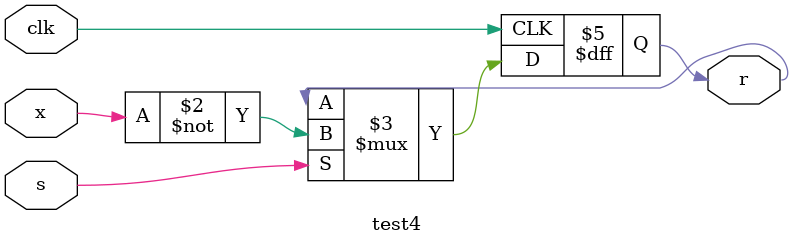
<source format=v>
module test4(input x,input s, input clk, output r);
	reg r;
	always @(posedge clk)
		if(s) r <= ~ x ;
endmodule

</source>
